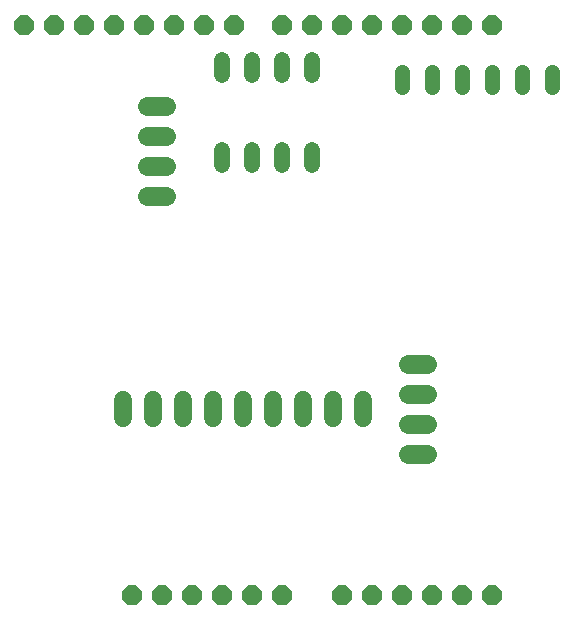
<source format=gtl>
G75*
G70*
%OFA0B0*%
%FSLAX24Y24*%
%IPPOS*%
%LPD*%
%AMOC8*
5,1,8,0,0,1.08239X$1,22.5*
%
%ADD10OC8,0.0660*%
%ADD11C,0.0515*%
%ADD12C,0.0645*%
%ADD13C,0.0520*%
%ADD14C,0.0600*%
D10*
X015701Y004165D03*
X016701Y004165D03*
X017701Y004165D03*
X018701Y004165D03*
X019701Y004165D03*
X020701Y004165D03*
X022701Y004165D03*
X023701Y004165D03*
X024701Y004165D03*
X025701Y004165D03*
X026701Y004165D03*
X027701Y004165D03*
X027701Y023165D03*
X026701Y023165D03*
X025701Y023165D03*
X024701Y023165D03*
X023701Y023165D03*
X022701Y023165D03*
X021701Y023165D03*
X020701Y023165D03*
X019101Y023165D03*
X018101Y023165D03*
X017101Y023165D03*
X016101Y023165D03*
X015101Y023165D03*
X014101Y023165D03*
X013101Y023165D03*
X012101Y023165D03*
D11*
X024701Y021622D02*
X024701Y021107D01*
X025701Y021107D02*
X025701Y021622D01*
X026701Y021622D02*
X026701Y021107D01*
X027701Y021107D02*
X027701Y021622D01*
X028701Y021622D02*
X028701Y021107D01*
X029701Y021107D02*
X029701Y021622D01*
D12*
X025524Y011865D02*
X024879Y011865D01*
X024879Y010865D02*
X025524Y010865D01*
X025524Y009865D02*
X024879Y009865D01*
X024879Y008865D02*
X025524Y008865D01*
X016824Y017465D02*
X016179Y017465D01*
X016179Y018465D02*
X016824Y018465D01*
X016824Y019465D02*
X016179Y019465D01*
X016179Y020465D02*
X016824Y020465D01*
D13*
X018701Y021505D02*
X018701Y022025D01*
X019701Y022025D02*
X019701Y021505D01*
X020701Y021505D02*
X020701Y022025D01*
X021701Y022025D02*
X021701Y021505D01*
X021701Y019025D02*
X021701Y018505D01*
X020701Y018505D02*
X020701Y019025D01*
X019701Y019025D02*
X019701Y018505D01*
X018701Y018505D02*
X018701Y019025D01*
D14*
X015401Y010665D02*
X015401Y010065D01*
X016401Y010065D02*
X016401Y010665D01*
X017401Y010665D02*
X017401Y010065D01*
X018401Y010065D02*
X018401Y010665D01*
X019401Y010665D02*
X019401Y010065D01*
X020401Y010065D02*
X020401Y010665D01*
X021401Y010665D02*
X021401Y010065D01*
X022401Y010065D02*
X022401Y010665D01*
X023401Y010665D02*
X023401Y010065D01*
M02*

</source>
